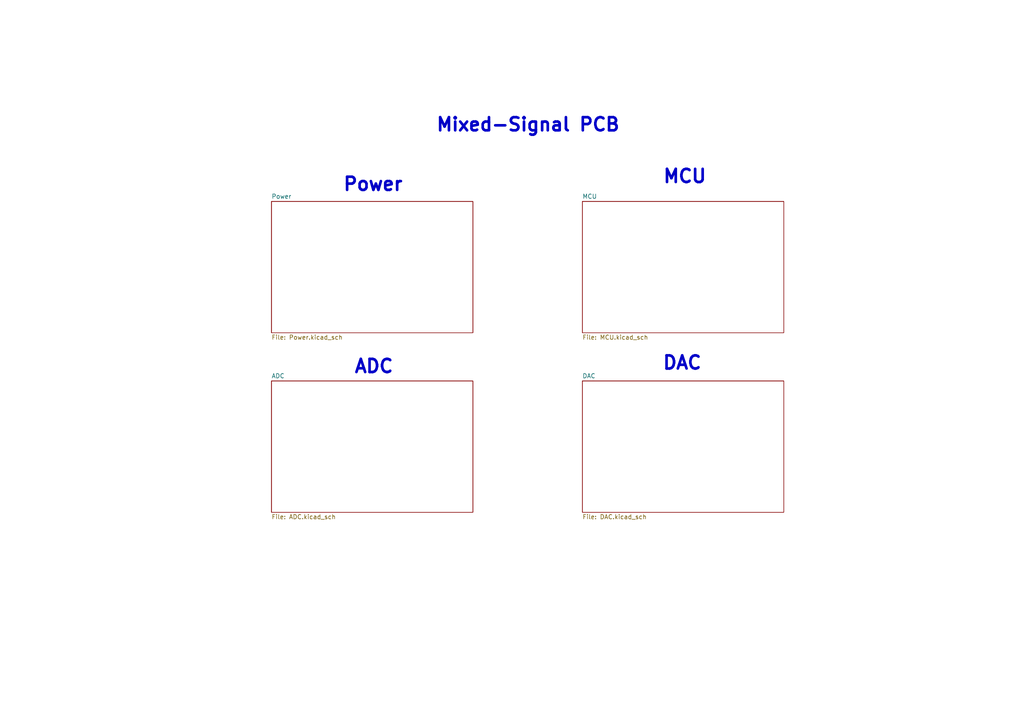
<source format=kicad_sch>
(kicad_sch
	(version 20231120)
	(generator "eeschema")
	(generator_version "8.0")
	(uuid "57aedf43-6c41-46c7-ab70-91a6dd864340")
	(paper "A4")
	(title_block
		(title "Mixed Signal PCB")
		(date "2024-06-25")
		(rev "0.1")
		(company "Jacob Parent")
	)
	(lib_symbols)
	(text "MCU\n"
		(exclude_from_sim no)
		(at 198.628 51.308 0)
		(effects
			(font
				(size 3.81 3.81)
				(thickness 0.762)
				(bold yes)
			)
		)
		(uuid "4cb57701-1301-40a9-9a2c-d539835d0253")
	)
	(text "ADC"
		(exclude_from_sim no)
		(at 108.458 106.426 0)
		(effects
			(font
				(size 3.81 3.81)
				(thickness 0.762)
				(bold yes)
			)
		)
		(uuid "84eb0cad-f6b4-4d6f-9111-9ffe508c4dfc")
	)
	(text "DAC\n"
		(exclude_from_sim no)
		(at 197.866 105.41 0)
		(effects
			(font
				(size 3.81 3.81)
				(thickness 0.762)
				(bold yes)
			)
		)
		(uuid "8c7056a7-d172-45fa-98d4-355444399d68")
	)
	(text "Mixed-Signal PCB\n"
		(exclude_from_sim no)
		(at 153.162 36.322 0)
		(effects
			(font
				(size 3.81 3.81)
				(thickness 0.762)
				(bold yes)
			)
		)
		(uuid "94761663-4735-419f-b29d-b043c4717487")
	)
	(text "Power"
		(exclude_from_sim no)
		(at 108.204 53.594 0)
		(effects
			(font
				(size 3.81 3.81)
				(thickness 0.762)
				(bold yes)
			)
		)
		(uuid "a7c5f017-f5ca-4b2d-8c17-32541b8acb50")
	)
	(sheet
		(at 168.91 110.49)
		(size 58.42 38.1)
		(fields_autoplaced yes)
		(stroke
			(width 0.1524)
			(type solid)
		)
		(fill
			(color 0 0 0 0.0000)
		)
		(uuid "39fe5a39-b5f6-4111-b3c8-9573eeeae85a")
		(property "Sheetname" "DAC"
			(at 168.91 109.7784 0)
			(effects
				(font
					(size 1.27 1.27)
				)
				(justify left bottom)
			)
		)
		(property "Sheetfile" "DAC.kicad_sch"
			(at 168.91 149.1746 0)
			(effects
				(font
					(size 1.27 1.27)
				)
				(justify left top)
			)
		)
		(instances
			(project "mixedSignalPCB"
				(path "/57aedf43-6c41-46c7-ab70-91a6dd864340"
					(page "5")
				)
			)
		)
	)
	(sheet
		(at 168.91 58.42)
		(size 58.42 38.1)
		(fields_autoplaced yes)
		(stroke
			(width 0.1524)
			(type solid)
		)
		(fill
			(color 0 0 0 0.0000)
		)
		(uuid "aad82b8a-379e-48fb-91fd-6f3034b6117d")
		(property "Sheetname" "MCU"
			(at 168.91 57.7084 0)
			(effects
				(font
					(size 1.27 1.27)
				)
				(justify left bottom)
			)
		)
		(property "Sheetfile" "MCU.kicad_sch"
			(at 168.91 97.1046 0)
			(effects
				(font
					(size 1.27 1.27)
				)
				(justify left top)
			)
		)
		(instances
			(project "mixedSignalPCB"
				(path "/57aedf43-6c41-46c7-ab70-91a6dd864340"
					(page "3")
				)
			)
		)
	)
	(sheet
		(at 78.74 110.49)
		(size 58.42 38.1)
		(fields_autoplaced yes)
		(stroke
			(width 0.1524)
			(type solid)
		)
		(fill
			(color 0 0 0 0.0000)
		)
		(uuid "be6b7a5e-6106-45e8-a1f6-0338196876f7")
		(property "Sheetname" "ADC"
			(at 78.74 109.7784 0)
			(effects
				(font
					(size 1.27 1.27)
				)
				(justify left bottom)
			)
		)
		(property "Sheetfile" "ADC.kicad_sch"
			(at 78.74 149.1746 0)
			(effects
				(font
					(size 1.27 1.27)
				)
				(justify left top)
			)
		)
		(instances
			(project "mixedSignalPCB"
				(path "/57aedf43-6c41-46c7-ab70-91a6dd864340"
					(page "4")
				)
			)
		)
	)
	(sheet
		(at 78.74 58.42)
		(size 58.42 38.1)
		(fields_autoplaced yes)
		(stroke
			(width 0.1524)
			(type solid)
		)
		(fill
			(color 0 0 0 0.0000)
		)
		(uuid "c4cb0d3d-21cf-45b4-af7b-9e0e38f6a943")
		(property "Sheetname" "Power"
			(at 78.74 57.7084 0)
			(effects
				(font
					(size 1.27 1.27)
				)
				(justify left bottom)
			)
		)
		(property "Sheetfile" "Power.kicad_sch"
			(at 78.74 97.1046 0)
			(effects
				(font
					(size 1.27 1.27)
				)
				(justify left top)
			)
		)
		(instances
			(project "mixedSignalPCB"
				(path "/57aedf43-6c41-46c7-ab70-91a6dd864340"
					(page "2")
				)
			)
		)
	)
	(sheet_instances
		(path "/"
			(page "1")
		)
	)
)

</source>
